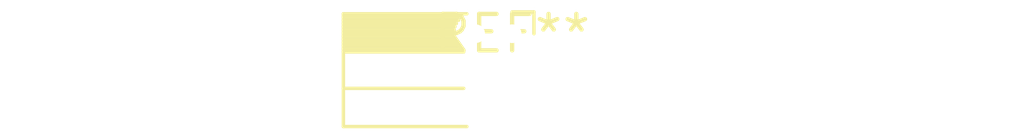
<source format=kicad_pcb>
(kicad_pcb (version 20240108) (generator pcbnew)
  (layers (0 "F.Cu" signal) (31 "B.Cu" signal) (34 "B.Paste" user) (35 "F.Paste" user) (36 "B.SilkS" user "B.Silkscreen") (37 "F.SilkS" user "F.Silkscreen") (38 "B.Mask" user) (39 "F.Mask" user) (44 "Edge.Cuts" user))
  (net 0 "")
  (footprint "PinSocket_2x03_P1.27mm_Horizontal" (layer "F.Cu") (at 0 0)
    (property "Reference" "REF**")
    (property "Value" "PinSocket_2x03_P1.27mm_Horizontal")
    (fp_line (start -5.88 -0.695) (end -5.88 3.235) (layer "F.SilkS") (stroke (width 0.12)))
    (fp_line (start -5.88 -0.695) (end -1.57753 -0.695) (layer "F.SilkS") (stroke (width 0.12)))
    (fp_line (start -5.88 -0.575) (end -1.766966 -0.575) (layer "F.SilkS") (stroke (width 0.12)))
    (fp_line (start -5.88 -0.465) (end -1.871145 -0.465) (layer "F.SilkS") (stroke (width 0.12)))
    (fp_line (start -5.88 -0.355) (end -1.941993 -0.355) (layer "F.SilkS") (stroke (width 0.12)))
    (fp_line (start -5.88 -0.245) (end -1.989427 -0.245) (layer "F.SilkS") (stroke (width 0.12)))
    (fp_line (start -5.88 -0.135) (end -2.017914 -0.135) (layer "F.SilkS") (stroke (width 0.12)))
    (fp_line (start -5.88 -0.025) (end -2.029589 -0.025) (layer "F.SilkS") (stroke (width 0.12)))
    (fp_line (start -5.88 0.085) (end -2.025232 0.085) (layer "F.SilkS") (stroke (width 0.12)))
    (fp_line (start -5.88 0.195) (end -2.004558 0.195) (layer "F.SilkS") (stroke (width 0.12)))
    (fp_line (start -5.88 0.305) (end -1.966114 0.305) (layer "F.SilkS") (stroke (width 0.12)))
    (fp_line (start -5.88 0.415) (end -1.906691 0.415) (layer "F.SilkS") (stroke (width 0.12)))
    (fp_line (start -5.88 0.525) (end -1.819523 0.525) (layer "F.SilkS") (stroke (width 0.12)))
    (fp_line (start -5.88 0.635) (end -1.687582 0.635) (layer "F.SilkS") (stroke (width 0.12)))
    (fp_line (start -5.88 1.905) (end -1.687582 1.905) (layer "F.SilkS") (stroke (width 0.12)))
    (fp_line (start -5.88 3.235) (end -1.57753 3.235) (layer "F.SilkS") (stroke (width 0.12)))
    (fp_line (start 0 -0.76) (end 0.76 -0.76) (layer "F.SilkS") (stroke (width 0.12)))
    (fp_line (start 0.76 -0.76) (end 0.76 0) (layer "F.SilkS") (stroke (width 0.12)))
    (pad "1" thru_hole rect (at 0 0) (size 1 1) (drill 0.65) (layers *.Cu *.Mask) (remove_unused_layers))
    (pad "2" thru_hole oval (at -1.27 0) (size 1 1) (drill 0.65) (layers *.Cu *.Mask) (remove_unused_layers))
    (pad "3" thru_hole oval (at 0 1.27) (size 1 1) (drill 0.65) (layers *.Cu *.Mask) (remove_unused_layers))
    (pad "4" thru_hole oval (at -1.27 1.27) (size 1 1) (drill 0.65) (layers *.Cu *.Mask) (remove_unused_layers))
    (pad "5" thru_hole oval (at 0 2.54) (size 1 1) (drill 0.65) (layers *.Cu *.Mask) (remove_unused_layers))
    (pad "6" thru_hole oval (at -1.27 2.54) (size 1 1) (drill 0.65) (layers *.Cu *.Mask) (remove_unused_layers))
  )
)
</source>
